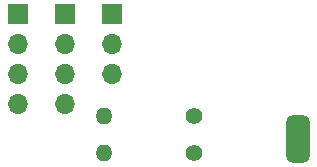
<source format=gbr>
%TF.GenerationSoftware,KiCad,Pcbnew,(6.0.5)*%
%TF.CreationDate,2023-08-08T13:15:34+01:00*%
%TF.ProjectId,Melty-daughter,4d656c74-792d-4646-9175-67687465722e,rev?*%
%TF.SameCoordinates,Original*%
%TF.FileFunction,Soldermask,Bot*%
%TF.FilePolarity,Negative*%
%FSLAX46Y46*%
G04 Gerber Fmt 4.6, Leading zero omitted, Abs format (unit mm)*
G04 Created by KiCad (PCBNEW (6.0.5)) date 2023-08-08 13:15:34*
%MOMM*%
%LPD*%
G01*
G04 APERTURE LIST*
G04 Aperture macros list*
%AMRoundRect*
0 Rectangle with rounded corners*
0 $1 Rounding radius*
0 $2 $3 $4 $5 $6 $7 $8 $9 X,Y pos of 4 corners*
0 Add a 4 corners polygon primitive as box body*
4,1,4,$2,$3,$4,$5,$6,$7,$8,$9,$2,$3,0*
0 Add four circle primitives for the rounded corners*
1,1,$1+$1,$2,$3*
1,1,$1+$1,$4,$5*
1,1,$1+$1,$6,$7*
1,1,$1+$1,$8,$9*
0 Add four rect primitives between the rounded corners*
20,1,$1+$1,$2,$3,$4,$5,0*
20,1,$1+$1,$4,$5,$6,$7,0*
20,1,$1+$1,$6,$7,$8,$9,0*
20,1,$1+$1,$8,$9,$2,$3,0*%
G04 Aperture macros list end*
%ADD10RoundRect,0.500000X-0.500000X-1.500000X0.500000X-1.500000X0.500000X1.500000X-0.500000X1.500000X0*%
%ADD11C,1.400000*%
%ADD12O,1.400000X1.400000*%
%ADD13R,1.700000X1.700000*%
%ADD14O,1.700000X1.700000*%
G04 APERTURE END LIST*
D10*
%TO.C,P2*%
X125950000Y-96850000D03*
%TD*%
D11*
%TO.C,R3*%
X117160000Y-98000000D03*
D12*
X109540000Y-98000000D03*
%TD*%
D13*
%TO.C,J2*%
X106250000Y-86200000D03*
D14*
X106250000Y-88740000D03*
X106250000Y-91280000D03*
X106250000Y-93820000D03*
%TD*%
D13*
%TO.C,RV2*%
X110250000Y-86200000D03*
D14*
X110250000Y-88740000D03*
X110250000Y-91280000D03*
%TD*%
D13*
%TO.C,J1*%
X102250000Y-86200000D03*
D14*
X102250000Y-88740000D03*
X102250000Y-91280000D03*
X102250000Y-93820000D03*
%TD*%
D11*
%TO.C,R5*%
X117160000Y-94850000D03*
D12*
X109540000Y-94850000D03*
%TD*%
M02*

</source>
